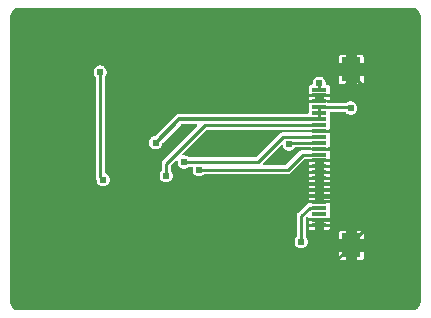
<source format=gtl>
G04 Layer: TopLayer*
G04 EasyEDA v6.4.25, 2021-12-06T02:48:24+01:00*
G04 3d30912b60d9496eba34c91f18b07311,db93e8822c7348a7aec6f6efa12e507d,10*
G04 Gerber Generator version 0.2*
G04 Scale: 100 percent, Rotated: No, Reflected: No *
G04 Dimensions in millimeters *
G04 leading zeros omitted , absolute positions ,4 integer and 5 decimal *
%FSLAX45Y45*%
%MOMM*%

%ADD10C,0.2540*%
%ADD11C,0.3500*%
%ADD12C,0.6096*%
%ADD13R,1.3000X0.3000*%
%ADD14R,1.6000X2.0000*%

%LPD*%
G36*
X101244Y-2590088D02*
G01*
X88747Y-2589123D01*
X78486Y-2586786D01*
X68630Y-2582976D01*
X59385Y-2577846D01*
X51003Y-2571445D01*
X43637Y-2563876D01*
X37388Y-2555392D01*
X32410Y-2546096D01*
X28803Y-2536139D01*
X26670Y-2525826D01*
X25908Y-2514752D01*
X25908Y-101244D01*
X26873Y-88747D01*
X29209Y-78486D01*
X33020Y-68630D01*
X38150Y-59385D01*
X44551Y-51003D01*
X52120Y-43637D01*
X60604Y-37388D01*
X69951Y-32410D01*
X79857Y-28803D01*
X90170Y-26670D01*
X101244Y-25908D01*
X3424732Y-25908D01*
X3437229Y-26873D01*
X3447542Y-29209D01*
X3457397Y-33020D01*
X3466592Y-38150D01*
X3474974Y-44551D01*
X3482390Y-52120D01*
X3488639Y-60604D01*
X3493617Y-69951D01*
X3497173Y-79857D01*
X3499307Y-90170D01*
X3500069Y-101244D01*
X3500069Y-2514752D01*
X3499104Y-2527249D01*
X3496767Y-2537561D01*
X3493008Y-2547366D01*
X3487826Y-2556611D01*
X3481425Y-2564993D01*
X3473907Y-2572359D01*
X3465372Y-2578608D01*
X3456076Y-2583586D01*
X3446170Y-2587193D01*
X3435807Y-2589326D01*
X3424732Y-2590088D01*
G37*

%LPC*%
G36*
X2958439Y-2166112D02*
G01*
X2991510Y-2166112D01*
X2997860Y-2165400D01*
X3003296Y-2163521D01*
X3008223Y-2160422D01*
X3012287Y-2156307D01*
X3015386Y-2151430D01*
X3017316Y-2145944D01*
X3018028Y-2139645D01*
X3018028Y-2096566D01*
X2958439Y-2096566D01*
G37*
G36*
X2832658Y-2166112D02*
G01*
X2865729Y-2166112D01*
X2865729Y-2096566D01*
X2806192Y-2096566D01*
X2806192Y-2139645D01*
X2806903Y-2145944D01*
X2808833Y-2151430D01*
X2811881Y-2156307D01*
X2815996Y-2160422D01*
X2820873Y-2163521D01*
X2826359Y-2165400D01*
G37*
G36*
X2489200Y-2062937D02*
G01*
X2499004Y-2062073D01*
X2508453Y-2059533D01*
X2517394Y-2055418D01*
X2525420Y-2049780D01*
X2532380Y-2042820D01*
X2538018Y-2034793D01*
X2542133Y-2025853D01*
X2544673Y-2016404D01*
X2545537Y-2006600D01*
X2544673Y-1996795D01*
X2542133Y-1987346D01*
X2538018Y-1978406D01*
X2532380Y-1970379D01*
X2530805Y-1968804D01*
X2528570Y-1965502D01*
X2527808Y-1961591D01*
X2527808Y-1810918D01*
X2528570Y-1807006D01*
X2530805Y-1803704D01*
X2533700Y-1800809D01*
X2537460Y-1798421D01*
X2541879Y-1797862D01*
X2546146Y-1799285D01*
X2549347Y-1802384D01*
X2550922Y-1806549D01*
X2559405Y-1806549D01*
X2562199Y-1806956D01*
X2565755Y-1808683D01*
X2571191Y-1810613D01*
X2577541Y-1811324D01*
X2706319Y-1811324D01*
X2713126Y-1810461D01*
X2718155Y-1808683D01*
X2721711Y-1806956D01*
X2724505Y-1806549D01*
X2732836Y-1806549D01*
X2732125Y-1799640D01*
X2731262Y-1795424D01*
X2732125Y-1791157D01*
X2732836Y-1784857D01*
X2732836Y-1756003D01*
X2732125Y-1749653D01*
X2731262Y-1745437D01*
X2732125Y-1741170D01*
X2732836Y-1734820D01*
X2732836Y-1705965D01*
X2732125Y-1699666D01*
X2731262Y-1695399D01*
X2732125Y-1691182D01*
X2732836Y-1684274D01*
X2724505Y-1684274D01*
X2721711Y-1683867D01*
X2718155Y-1682140D01*
X2712720Y-1680210D01*
X2706370Y-1679498D01*
X2577592Y-1679498D01*
X2570784Y-1680362D01*
X2568244Y-1681225D01*
X2564892Y-1681835D01*
X2559964Y-1681835D01*
X2551938Y-1682597D01*
X2545588Y-1684324D01*
X2538069Y-1688338D01*
X2531821Y-1693468D01*
X2462276Y-1763064D01*
X2457145Y-1769262D01*
X2453589Y-1775968D01*
X2451404Y-1783181D01*
X2450592Y-1791207D01*
X2450592Y-1961591D01*
X2449830Y-1965502D01*
X2447594Y-1968804D01*
X2446020Y-1970379D01*
X2440381Y-1978406D01*
X2436266Y-1987346D01*
X2433726Y-1996795D01*
X2432862Y-2006600D01*
X2433726Y-2016404D01*
X2436266Y-2025853D01*
X2440381Y-2034793D01*
X2446020Y-2042820D01*
X2452979Y-2049780D01*
X2461006Y-2055418D01*
X2469946Y-2059533D01*
X2479395Y-2062073D01*
G37*
G36*
X2806192Y-1983892D02*
G01*
X2865729Y-1983892D01*
X2865729Y-1914296D01*
X2832658Y-1914296D01*
X2826359Y-1915007D01*
X2820873Y-1916938D01*
X2815996Y-1920036D01*
X2811881Y-1924100D01*
X2808833Y-1929028D01*
X2806903Y-1934464D01*
X2806192Y-1940763D01*
G37*
G36*
X2958439Y-1983892D02*
G01*
X3018028Y-1983892D01*
X3018028Y-1940763D01*
X3017316Y-1934464D01*
X3015386Y-1929028D01*
X3012287Y-1924100D01*
X3008223Y-1920036D01*
X3003296Y-1916938D01*
X2997860Y-1915007D01*
X2991510Y-1914296D01*
X2958439Y-1914296D01*
G37*
G36*
X2577541Y-1911350D02*
G01*
X2603093Y-1911350D01*
X2603093Y-1884273D01*
X2551023Y-1884273D01*
X2551734Y-1891182D01*
X2553665Y-1896618D01*
X2556764Y-1901545D01*
X2560828Y-1905609D01*
X2565755Y-1908708D01*
X2571191Y-1910638D01*
G37*
G36*
X2680817Y-1911350D02*
G01*
X2706370Y-1911350D01*
X2712720Y-1910638D01*
X2718155Y-1908708D01*
X2723083Y-1905609D01*
X2727147Y-1901545D01*
X2730246Y-1896618D01*
X2732125Y-1891182D01*
X2732836Y-1884273D01*
X2680817Y-1884273D01*
G37*
G36*
X2551023Y-1856587D02*
G01*
X2603093Y-1856587D01*
X2603093Y-1834235D01*
X2551023Y-1834235D01*
X2551734Y-1841144D01*
X2552649Y-1845411D01*
X2551734Y-1849678D01*
G37*
G36*
X2680817Y-1856587D02*
G01*
X2732836Y-1856587D01*
X2732125Y-1849678D01*
X2731262Y-1845411D01*
X2732125Y-1841144D01*
X2732836Y-1834235D01*
X2680817Y-1834235D01*
G37*
G36*
X2551023Y-1656588D02*
G01*
X2603093Y-1656588D01*
X2603093Y-1634236D01*
X2551023Y-1634236D01*
X2551734Y-1641144D01*
X2552649Y-1645412D01*
X2551734Y-1649679D01*
G37*
G36*
X2680817Y-1656588D02*
G01*
X2732836Y-1656588D01*
X2732125Y-1649679D01*
X2731262Y-1645412D01*
X2732125Y-1641144D01*
X2732836Y-1634236D01*
X2680817Y-1634236D01*
G37*
G36*
X2680817Y-1606550D02*
G01*
X2732836Y-1606550D01*
X2732125Y-1599641D01*
X2731262Y-1595424D01*
X2732125Y-1591157D01*
X2732836Y-1584248D01*
X2680817Y-1584248D01*
G37*
G36*
X2551023Y-1606550D02*
G01*
X2603093Y-1606550D01*
X2603093Y-1584248D01*
X2551023Y-1584248D01*
X2551734Y-1591157D01*
X2552649Y-1595424D01*
X2551734Y-1599641D01*
G37*
G36*
X2680817Y-1556562D02*
G01*
X2732836Y-1556562D01*
X2732125Y-1549654D01*
X2731262Y-1545437D01*
X2732125Y-1541170D01*
X2732836Y-1534261D01*
X2680817Y-1534261D01*
G37*
G36*
X2551023Y-1556562D02*
G01*
X2603093Y-1556562D01*
X2603093Y-1534261D01*
X2551023Y-1534261D01*
X2551734Y-1541170D01*
X2552649Y-1545437D01*
X2551734Y-1549654D01*
G37*
G36*
X812800Y-1539443D02*
G01*
X822604Y-1538579D01*
X832053Y-1536039D01*
X840994Y-1531924D01*
X849020Y-1526286D01*
X855980Y-1519326D01*
X861618Y-1511300D01*
X865733Y-1502359D01*
X868273Y-1492910D01*
X869137Y-1483106D01*
X868273Y-1473301D01*
X865733Y-1463852D01*
X861618Y-1454912D01*
X855980Y-1446885D01*
X849020Y-1439926D01*
X840994Y-1434287D01*
X831850Y-1430070D01*
X828802Y-1427835D01*
X826719Y-1424584D01*
X826008Y-1420876D01*
X826008Y-616508D01*
X826769Y-612597D01*
X829005Y-609295D01*
X830580Y-607720D01*
X836218Y-599694D01*
X840333Y-590753D01*
X842873Y-581304D01*
X843737Y-571500D01*
X842873Y-561695D01*
X840333Y-552246D01*
X836218Y-543306D01*
X830580Y-535279D01*
X823620Y-528320D01*
X815594Y-522681D01*
X806653Y-518566D01*
X797204Y-516026D01*
X787400Y-515162D01*
X777595Y-516026D01*
X768146Y-518566D01*
X759206Y-522681D01*
X751179Y-528320D01*
X744220Y-535279D01*
X738581Y-543306D01*
X734466Y-552246D01*
X731926Y-561695D01*
X731062Y-571500D01*
X731926Y-581304D01*
X734466Y-590753D01*
X738581Y-599694D01*
X744220Y-607720D01*
X745794Y-609295D01*
X748030Y-612597D01*
X748792Y-616508D01*
X748792Y-1457198D01*
X749604Y-1465224D01*
X751789Y-1472438D01*
X755294Y-1478991D01*
X756412Y-1482902D01*
X757326Y-1492910D01*
X759866Y-1502359D01*
X763981Y-1511300D01*
X769620Y-1519326D01*
X776579Y-1526286D01*
X784606Y-1531924D01*
X793546Y-1536039D01*
X802995Y-1538579D01*
G37*
G36*
X2551023Y-1506575D02*
G01*
X2603093Y-1506575D01*
X2603093Y-1484274D01*
X2551023Y-1484274D01*
X2551734Y-1491183D01*
X2552649Y-1495399D01*
X2551734Y-1499666D01*
G37*
G36*
X2680817Y-1506575D02*
G01*
X2732836Y-1506575D01*
X2732125Y-1499666D01*
X2731262Y-1495399D01*
X2732125Y-1491183D01*
X2732836Y-1484274D01*
X2680817Y-1484274D01*
G37*
G36*
X1346200Y-1504137D02*
G01*
X1356004Y-1503273D01*
X1365453Y-1500733D01*
X1374394Y-1496618D01*
X1382420Y-1490980D01*
X1389380Y-1484020D01*
X1395018Y-1475994D01*
X1399133Y-1467053D01*
X1401673Y-1457604D01*
X1402537Y-1447800D01*
X1401673Y-1437995D01*
X1399133Y-1428546D01*
X1395018Y-1419606D01*
X1389380Y-1411579D01*
X1387805Y-1410004D01*
X1385570Y-1406702D01*
X1384808Y-1402791D01*
X1384808Y-1366418D01*
X1385570Y-1362506D01*
X1387805Y-1359204D01*
X1425244Y-1321714D01*
X1428699Y-1319479D01*
X1432763Y-1318768D01*
X1436725Y-1319682D01*
X1440027Y-1322171D01*
X1442110Y-1325727D01*
X1442567Y-1329791D01*
X1442262Y-1333500D01*
X1443126Y-1343304D01*
X1445666Y-1352753D01*
X1449781Y-1361694D01*
X1455420Y-1369720D01*
X1462379Y-1376680D01*
X1470406Y-1382318D01*
X1479346Y-1386433D01*
X1488795Y-1388973D01*
X1498600Y-1389837D01*
X1508404Y-1388973D01*
X1517853Y-1386433D01*
X1526794Y-1382318D01*
X1534820Y-1376680D01*
X1536395Y-1375105D01*
X1539697Y-1372870D01*
X1543608Y-1372108D01*
X1560931Y-1372108D01*
X1564538Y-1372768D01*
X1567688Y-1374698D01*
X1569974Y-1377645D01*
X1571040Y-1381201D01*
X1570736Y-1384909D01*
X1570126Y-1387195D01*
X1569262Y-1397000D01*
X1570126Y-1406804D01*
X1572666Y-1416253D01*
X1576781Y-1425194D01*
X1582420Y-1433220D01*
X1589379Y-1440180D01*
X1597406Y-1445818D01*
X1606346Y-1449933D01*
X1615795Y-1452473D01*
X1625600Y-1453337D01*
X1635404Y-1452473D01*
X1644853Y-1449933D01*
X1653793Y-1445818D01*
X1661820Y-1440180D01*
X1663395Y-1438605D01*
X1666697Y-1436370D01*
X1670608Y-1435608D01*
X2374392Y-1435608D01*
X2382418Y-1434795D01*
X2389632Y-1432610D01*
X2396337Y-1429054D01*
X2402535Y-1423924D01*
X2514498Y-1312011D01*
X2517800Y-1309776D01*
X2521712Y-1309014D01*
X2564892Y-1309014D01*
X2568244Y-1309573D01*
X2571191Y-1310640D01*
X2577541Y-1311351D01*
X2706319Y-1311351D01*
X2713126Y-1310487D01*
X2718155Y-1308709D01*
X2721711Y-1306931D01*
X2724505Y-1306576D01*
X2732836Y-1306576D01*
X2732125Y-1299667D01*
X2731262Y-1295400D01*
X2732125Y-1291183D01*
X2732836Y-1284833D01*
X2732836Y-1255979D01*
X2732125Y-1249680D01*
X2731262Y-1245412D01*
X2732125Y-1241145D01*
X2732836Y-1234236D01*
X2724454Y-1234236D01*
X2721660Y-1233881D01*
X2718155Y-1232154D01*
X2712059Y-1230020D01*
X2708503Y-1227886D01*
X2706116Y-1224483D01*
X2705303Y-1220419D01*
X2706116Y-1216355D01*
X2708503Y-1212951D01*
X2712059Y-1210818D01*
X2718155Y-1208684D01*
X2721711Y-1206957D01*
X2724505Y-1206550D01*
X2732836Y-1206550D01*
X2732125Y-1199642D01*
X2731262Y-1195425D01*
X2732125Y-1191158D01*
X2732836Y-1184859D01*
X2732836Y-1156004D01*
X2732125Y-1149654D01*
X2731262Y-1145438D01*
X2732125Y-1141171D01*
X2732836Y-1134821D01*
X2732836Y-1105966D01*
X2732125Y-1099667D01*
X2731262Y-1095400D01*
X2732125Y-1091184D01*
X2732836Y-1084275D01*
X2724505Y-1084275D01*
X2721711Y-1083868D01*
X2718155Y-1082141D01*
X2712059Y-1080008D01*
X2708503Y-1077874D01*
X2706116Y-1074470D01*
X2705303Y-1070406D01*
X2706116Y-1066342D01*
X2708503Y-1062939D01*
X2712059Y-1060805D01*
X2718155Y-1058672D01*
X2721660Y-1056944D01*
X2724454Y-1056589D01*
X2732836Y-1056589D01*
X2732125Y-1049680D01*
X2731262Y-1045413D01*
X2732125Y-1041146D01*
X2732836Y-1034846D01*
X2732836Y-1005992D01*
X2732125Y-999642D01*
X2731262Y-995426D01*
X2732125Y-991158D01*
X2732836Y-984859D01*
X2732836Y-956005D01*
X2732125Y-949655D01*
X2731262Y-945438D01*
X2732125Y-941171D01*
X2732836Y-934821D01*
X2732836Y-919175D01*
X2733649Y-915263D01*
X2735834Y-912012D01*
X2739136Y-909777D01*
X2742996Y-909015D01*
X2857398Y-909015D01*
X2861310Y-909777D01*
X2864612Y-912012D01*
X2872079Y-919480D01*
X2880106Y-925118D01*
X2889046Y-929233D01*
X2898495Y-931773D01*
X2908300Y-932637D01*
X2918104Y-931773D01*
X2927553Y-929233D01*
X2936494Y-925118D01*
X2944520Y-919480D01*
X2951480Y-912520D01*
X2957118Y-904494D01*
X2961233Y-895553D01*
X2963773Y-886104D01*
X2964637Y-876300D01*
X2963773Y-866495D01*
X2961233Y-857046D01*
X2957118Y-848106D01*
X2951480Y-840079D01*
X2944520Y-833119D01*
X2936494Y-827481D01*
X2927553Y-823366D01*
X2918104Y-820826D01*
X2908300Y-819962D01*
X2898495Y-820826D01*
X2889046Y-823366D01*
X2880106Y-827481D01*
X2876600Y-829970D01*
X2873857Y-831342D01*
X2870758Y-831799D01*
X2718917Y-831799D01*
X2715564Y-831240D01*
X2712720Y-830224D01*
X2706370Y-829513D01*
X2577592Y-829513D01*
X2570784Y-830376D01*
X2562250Y-833882D01*
X2559405Y-834237D01*
X2551023Y-834237D01*
X2551734Y-841146D01*
X2552649Y-845413D01*
X2551734Y-849680D01*
X2551023Y-855980D01*
X2551023Y-884834D01*
X2551734Y-891184D01*
X2552649Y-895400D01*
X2551734Y-899668D01*
X2551023Y-905967D01*
X2551023Y-916838D01*
X2550261Y-920750D01*
X2548077Y-924001D01*
X2544775Y-926236D01*
X2540863Y-926998D01*
X1453642Y-927049D01*
X1445361Y-928217D01*
X1437792Y-930757D01*
X1430782Y-934618D01*
X1424279Y-940053D01*
X1254404Y-1109929D01*
X1251508Y-1111961D01*
X1238046Y-1115466D01*
X1229106Y-1119581D01*
X1221079Y-1125220D01*
X1214120Y-1132179D01*
X1208481Y-1140206D01*
X1204366Y-1149146D01*
X1201826Y-1158595D01*
X1200962Y-1168400D01*
X1201826Y-1178204D01*
X1204366Y-1187653D01*
X1208481Y-1196594D01*
X1214120Y-1204620D01*
X1221079Y-1211580D01*
X1229106Y-1217218D01*
X1238046Y-1221333D01*
X1247495Y-1223873D01*
X1257300Y-1224737D01*
X1267104Y-1223873D01*
X1276553Y-1221333D01*
X1285494Y-1217218D01*
X1293520Y-1211580D01*
X1300480Y-1204620D01*
X1306118Y-1196594D01*
X1310233Y-1187653D01*
X1313738Y-1174191D01*
X1315770Y-1171295D01*
X1470304Y-1016812D01*
X1473606Y-1014577D01*
X1477467Y-1013815D01*
X1599438Y-1013815D01*
X1603349Y-1014577D01*
X1606651Y-1016812D01*
X1608836Y-1020114D01*
X1609598Y-1023975D01*
X1608836Y-1027887D01*
X1606651Y-1031138D01*
X1319276Y-1318564D01*
X1314145Y-1324762D01*
X1310589Y-1331468D01*
X1308404Y-1338681D01*
X1307592Y-1346708D01*
X1307592Y-1402791D01*
X1306830Y-1406702D01*
X1304594Y-1410004D01*
X1303020Y-1411579D01*
X1297381Y-1419606D01*
X1293266Y-1428546D01*
X1290726Y-1437995D01*
X1289862Y-1447800D01*
X1290726Y-1457604D01*
X1293266Y-1467053D01*
X1297381Y-1475994D01*
X1303020Y-1484020D01*
X1309979Y-1490980D01*
X1318006Y-1496618D01*
X1326946Y-1500733D01*
X1336395Y-1503273D01*
G37*
G36*
X2680817Y-1456588D02*
G01*
X2732836Y-1456588D01*
X2732125Y-1449679D01*
X2731262Y-1445412D01*
X2732125Y-1441145D01*
X2732836Y-1434236D01*
X2680817Y-1434236D01*
G37*
G36*
X2551023Y-1456588D02*
G01*
X2603093Y-1456588D01*
X2603093Y-1434236D01*
X2551023Y-1434236D01*
X2551734Y-1441145D01*
X2552649Y-1445412D01*
X2551734Y-1449679D01*
G37*
G36*
X2680817Y-1406550D02*
G01*
X2732836Y-1406550D01*
X2732125Y-1399641D01*
X2731262Y-1395425D01*
X2732125Y-1391158D01*
X2732836Y-1384249D01*
X2680817Y-1384249D01*
G37*
G36*
X2551023Y-1406550D02*
G01*
X2603093Y-1406550D01*
X2603093Y-1384249D01*
X2551023Y-1384249D01*
X2551734Y-1391158D01*
X2552649Y-1395425D01*
X2551734Y-1399641D01*
G37*
G36*
X2680817Y-1356563D02*
G01*
X2732836Y-1356563D01*
X2732125Y-1349654D01*
X2731262Y-1345438D01*
X2732125Y-1341170D01*
X2732836Y-1334262D01*
X2680817Y-1334262D01*
G37*
G36*
X2551023Y-1356563D02*
G01*
X2603093Y-1356563D01*
X2603093Y-1334262D01*
X2551023Y-1334262D01*
X2551734Y-1341170D01*
X2552649Y-1345438D01*
X2551734Y-1349654D01*
G37*
G36*
X2551023Y-806551D02*
G01*
X2603093Y-806551D01*
X2603093Y-784250D01*
X2551023Y-784250D01*
X2551734Y-791159D01*
X2552649Y-795426D01*
X2551734Y-799642D01*
G37*
G36*
X2680817Y-806551D02*
G01*
X2732836Y-806551D01*
X2732125Y-799642D01*
X2731262Y-795426D01*
X2732125Y-791159D01*
X2732836Y-784250D01*
X2680817Y-784250D01*
G37*
G36*
X2577541Y-761339D02*
G01*
X2706319Y-761339D01*
X2713126Y-760476D01*
X2721660Y-756970D01*
X2724454Y-756564D01*
X2732836Y-756564D01*
X2732125Y-749655D01*
X2731262Y-745439D01*
X2732125Y-741172D01*
X2732836Y-734822D01*
X2732836Y-705967D01*
X2732125Y-699668D01*
X2730246Y-694182D01*
X2727147Y-689305D01*
X2723083Y-685190D01*
X2718155Y-682142D01*
X2712720Y-680212D01*
X2706776Y-679551D01*
X2703017Y-678383D01*
X2700020Y-675894D01*
X2698191Y-672439D01*
X2697784Y-668578D01*
X2697937Y-666496D01*
X2697073Y-656691D01*
X2694533Y-647242D01*
X2690418Y-638302D01*
X2684780Y-630275D01*
X2677820Y-623316D01*
X2669794Y-617677D01*
X2660853Y-613562D01*
X2651404Y-611022D01*
X2641600Y-610158D01*
X2631795Y-611022D01*
X2622346Y-613562D01*
X2613406Y-617677D01*
X2605379Y-623316D01*
X2598420Y-630275D01*
X2592781Y-638302D01*
X2588666Y-647242D01*
X2586126Y-656691D01*
X2585262Y-666496D01*
X2585415Y-668629D01*
X2585008Y-672541D01*
X2583180Y-675944D01*
X2580182Y-678434D01*
X2576474Y-679602D01*
X2571191Y-680212D01*
X2565755Y-682142D01*
X2560828Y-685190D01*
X2556764Y-689305D01*
X2553665Y-694182D01*
X2551734Y-699668D01*
X2551023Y-705967D01*
X2551023Y-734822D01*
X2551734Y-741172D01*
X2552649Y-745439D01*
X2551734Y-749655D01*
X2551023Y-756564D01*
X2559405Y-756564D01*
X2562250Y-756970D01*
X2565755Y-758698D01*
X2571191Y-760628D01*
G37*
G36*
X2958439Y-676097D02*
G01*
X2991510Y-676097D01*
X2997860Y-675386D01*
X3003296Y-673506D01*
X3008223Y-670407D01*
X3012287Y-666292D01*
X3015386Y-661416D01*
X3017316Y-655929D01*
X3018028Y-649630D01*
X3018028Y-606552D01*
X2958439Y-606552D01*
G37*
G36*
X2832658Y-676097D02*
G01*
X2865729Y-676097D01*
X2865729Y-606552D01*
X2806192Y-606552D01*
X2806192Y-649630D01*
X2806903Y-655929D01*
X2808833Y-661416D01*
X2811881Y-666292D01*
X2815996Y-670407D01*
X2820873Y-673506D01*
X2826359Y-675386D01*
G37*
G36*
X2806192Y-493877D02*
G01*
X2865729Y-493877D01*
X2865729Y-424281D01*
X2832658Y-424281D01*
X2826359Y-424992D01*
X2820873Y-426923D01*
X2815996Y-430022D01*
X2811881Y-434085D01*
X2808833Y-439013D01*
X2806903Y-444449D01*
X2806192Y-450748D01*
G37*
G36*
X2958439Y-493877D02*
G01*
X3018028Y-493877D01*
X3018028Y-450748D01*
X3017316Y-444449D01*
X3015386Y-439013D01*
X3012287Y-434085D01*
X3008223Y-430022D01*
X3003296Y-426923D01*
X2997860Y-424992D01*
X2991510Y-424281D01*
X2958439Y-424281D01*
G37*

%LPD*%
G36*
X1543608Y-1294892D02*
G01*
X1539697Y-1294130D01*
X1536395Y-1291894D01*
X1534820Y-1290320D01*
X1526794Y-1284681D01*
X1517853Y-1280566D01*
X1508404Y-1278026D01*
X1498600Y-1277162D01*
X1494891Y-1277467D01*
X1490827Y-1277010D01*
X1487271Y-1274927D01*
X1484782Y-1271625D01*
X1483868Y-1267663D01*
X1484579Y-1263599D01*
X1486814Y-1260144D01*
X1684985Y-1062024D01*
X1688287Y-1059789D01*
X1692198Y-1059027D01*
X2564942Y-1059027D01*
X2568346Y-1059586D01*
X2571800Y-1060805D01*
X2575356Y-1062939D01*
X2577744Y-1066342D01*
X2578608Y-1070406D01*
X2577744Y-1074470D01*
X2575356Y-1077874D01*
X2571800Y-1080008D01*
X2568244Y-1081227D01*
X2564892Y-1081836D01*
X2334463Y-1081836D01*
X2326436Y-1082598D01*
X2319223Y-1084783D01*
X2312568Y-1088339D01*
X2306320Y-1093470D01*
X2107895Y-1291894D01*
X2104593Y-1294130D01*
X2100681Y-1294892D01*
G37*

%LPD*%
G36*
X2175154Y-1358392D02*
G01*
X2171242Y-1357630D01*
X2167940Y-1355394D01*
X2165756Y-1352143D01*
X2164994Y-1348232D01*
X2165756Y-1344320D01*
X2167940Y-1341069D01*
X2316683Y-1192276D01*
X2320239Y-1189990D01*
X2324404Y-1189329D01*
X2328519Y-1190396D01*
X2331770Y-1193088D01*
X2333701Y-1196848D01*
X2334666Y-1200353D01*
X2338781Y-1209294D01*
X2344420Y-1217320D01*
X2351379Y-1224280D01*
X2359406Y-1229918D01*
X2368346Y-1234033D01*
X2377795Y-1236573D01*
X2387600Y-1237437D01*
X2397404Y-1236573D01*
X2406853Y-1234033D01*
X2415794Y-1229918D01*
X2423820Y-1224280D01*
X2430780Y-1217320D01*
X2433523Y-1213358D01*
X2435809Y-1211021D01*
X2438654Y-1209548D01*
X2441854Y-1209040D01*
X2564892Y-1209040D01*
X2568244Y-1209598D01*
X2571800Y-1210818D01*
X2575356Y-1212951D01*
X2577744Y-1216355D01*
X2578608Y-1220419D01*
X2577744Y-1224483D01*
X2575356Y-1227886D01*
X2571800Y-1230020D01*
X2568295Y-1231239D01*
X2564942Y-1231798D01*
X2502001Y-1231798D01*
X2493975Y-1232611D01*
X2486710Y-1234795D01*
X2480056Y-1238351D01*
X2473858Y-1243482D01*
X2361895Y-1355394D01*
X2358593Y-1357630D01*
X2354681Y-1358392D01*
G37*

%LPD*%
D11*
X2641960Y-970409D02*
G01*
X1455290Y-970409D01*
X1257300Y-1168400D01*
D10*
X3073400Y-1346200D02*
G01*
X3073400Y-1074709D01*
X3086100Y-1062009D01*
X3060700Y-1714500D02*
G01*
X3060700Y-1536700D01*
X3048000Y-1524000D01*
X3048000Y-1524000D02*
G01*
X3048000Y-1371600D01*
X3073400Y-1346200D01*
X2912084Y-2040204D02*
G01*
X2912084Y-2015515D01*
X3048000Y-1879600D01*
X2171700Y-1778000D02*
G01*
X1905000Y-1778000D01*
X1422400Y-2260600D01*
X2209800Y-533400D02*
G01*
X2226614Y-550214D01*
X2912084Y-550214D01*
X1397000Y-292100D02*
G01*
X2806700Y-292100D01*
X2912084Y-397484D01*
X2912084Y-550214D01*
X2781300Y-1028700D02*
G01*
X3052790Y-1028700D01*
X3086100Y-1062009D01*
X2781300Y-1257300D02*
G01*
X2781300Y-1028700D01*
X2781300Y-1257300D02*
G01*
X2781300Y-1536700D01*
X2781300Y-1257300D02*
G01*
X2984500Y-1257300D01*
X3073400Y-1346200D01*
X2781300Y-1536700D02*
G01*
X3035300Y-1536700D01*
X3048000Y-1524000D01*
X3073400Y-1346200D02*
G01*
X2971800Y-1346200D01*
X2781300Y-1536700D01*
X3048000Y-1879600D02*
G01*
X3048000Y-1727200D01*
X3060700Y-1714500D01*
X2781300Y-1790700D02*
G01*
X2959100Y-1790700D01*
X3048000Y-1879600D01*
X2781300Y-1790700D02*
G01*
X2912084Y-1921484D01*
X2912084Y-2040204D01*
X1422400Y-2260600D02*
G01*
X2552700Y-2260600D01*
X2654300Y-2159000D01*
X177800Y-1130300D02*
G01*
X177800Y-1778000D01*
X660400Y-2260600D01*
X1422400Y-2260600D01*
X1397000Y-292100D02*
G01*
X317500Y-292100D01*
X177800Y-431800D01*
X177800Y-1130300D01*
X2641600Y-666495D02*
G01*
X2641854Y-720344D01*
X2912084Y-550214D02*
G01*
X2912084Y-631215D01*
X2772892Y-770407D01*
X2641955Y-770407D01*
X2641955Y-820420D02*
G01*
X2641955Y-770407D01*
X2641955Y-1820418D02*
G01*
X2641955Y-1870405D01*
X2641960Y-1870402D02*
G01*
X2654300Y-1882744D01*
X2654300Y-2159000D01*
X787400Y-571500D02*
G01*
X787400Y-1457705D01*
X812800Y-1483105D01*
X2387600Y-1181100D02*
G01*
X2398290Y-1170409D01*
X2641960Y-1170409D01*
X2641955Y-1720418D02*
G01*
X2559481Y-1720418D01*
X2489200Y-1790700D01*
X2489200Y-2006600D01*
X2912109Y-2040128D02*
G01*
X2793238Y-2159000D01*
X2654300Y-2159000D01*
X1498600Y-1333500D02*
G01*
X2120894Y-1333500D01*
X2333972Y-1120421D01*
X2641960Y-1120421D01*
X1625600Y-1397000D02*
G01*
X2374900Y-1397000D01*
X2501491Y-1270408D01*
X2641960Y-1270408D01*
X1346200Y-1447800D02*
G01*
X1346200Y-1346200D01*
X1671980Y-1020419D01*
X2641955Y-1020419D01*
X2641955Y-870407D02*
G01*
X2902407Y-870407D01*
X2908300Y-876300D01*
X2912084Y-550214D02*
G01*
X2912084Y-587984D01*
X3086100Y-762000D01*
X3086100Y-1062009D01*
X2641955Y-920419D02*
G01*
X2641955Y-970406D01*
X2641955Y-870407D02*
G01*
X2641955Y-920419D01*
X2641854Y-1070355D02*
G01*
X2746756Y-1070355D01*
X2794000Y-1117600D01*
X2794000Y-1181100D01*
X2754629Y-1220470D01*
X2641854Y-1220470D01*
X2641955Y-1220419D02*
G01*
X2744419Y-1220419D01*
X2781300Y-1257300D01*
X2781300Y-1295400D01*
X2756281Y-1320419D01*
X2641955Y-1320419D01*
X2641955Y-1320419D02*
G01*
X2641955Y-1370406D01*
X2641955Y-1370406D02*
G01*
X2641955Y-1420418D01*
X2641955Y-1420418D02*
G01*
X2641955Y-1470405D01*
X2641955Y-1470405D02*
G01*
X2641955Y-1520418D01*
X2641955Y-1520418D02*
G01*
X2641955Y-1570405D01*
X2641955Y-1570405D02*
G01*
X2641955Y-1620418D01*
X2641955Y-1620418D02*
G01*
X2641955Y-1670405D01*
X2641854Y-1620520D02*
G01*
X2647188Y-1625600D01*
X2730500Y-1625600D01*
X2781300Y-1676400D01*
X2781300Y-1765300D01*
X2726181Y-1820418D01*
X2641854Y-1820418D01*
D13*
G01*
X2641955Y-720420D03*
G01*
X2641955Y-770407D03*
G01*
X2641955Y-820420D03*
G01*
X2641955Y-870407D03*
G01*
X2641955Y-920419D03*
G01*
X2641955Y-970406D03*
G01*
X2641955Y-1020419D03*
G01*
X2641955Y-1070406D03*
G01*
X2641955Y-1120419D03*
G01*
X2641955Y-1170406D03*
G01*
X2641955Y-1220419D03*
G01*
X2641955Y-1270406D03*
G01*
X2641955Y-1320419D03*
G01*
X2641955Y-1370406D03*
G01*
X2641955Y-1420418D03*
G01*
X2641955Y-1470405D03*
G01*
X2641955Y-1520418D03*
G01*
X2641955Y-1570405D03*
G01*
X2641955Y-1620418D03*
G01*
X2641955Y-1670405D03*
G01*
X2641955Y-1720418D03*
G01*
X2641955Y-1770405D03*
G01*
X2641955Y-1820418D03*
G01*
X2641955Y-1870405D03*
D14*
G01*
X2912084Y-2040204D03*
G01*
X2912084Y-550214D03*
D12*
G01*
X2641600Y-666495D03*
G01*
X812800Y-1483105D03*
G01*
X787400Y-571500D03*
G01*
X1257300Y-1168400D03*
G01*
X2387600Y-1181100D03*
G01*
X1498600Y-1333500D03*
G01*
X1625600Y-1397000D03*
G01*
X1346200Y-1447800D03*
G01*
X2654300Y-2159000D03*
G01*
X2489200Y-2006600D03*
G01*
X2908300Y-876300D03*
G01*
X1422400Y-2260600D03*
G01*
X2781300Y-1790700D03*
G01*
X2781300Y-1257300D03*
G01*
X2781300Y-1028700D03*
G01*
X2781300Y-1536700D03*
G01*
X3073400Y-1346200D03*
G01*
X3086100Y-1061999D03*
G01*
X3060700Y-1714500D03*
G01*
X3048000Y-1524000D03*
G01*
X3048000Y-1879600D03*
G01*
X1828800Y-1092200D03*
G01*
X2095500Y-1092200D03*
G01*
X1803400Y-1257300D03*
G01*
X2070100Y-1257300D03*
G01*
X177800Y-1130300D03*
G01*
X1397000Y-292100D03*
G01*
X2209800Y-533400D03*
G01*
X2171700Y-1778000D03*
M02*

</source>
